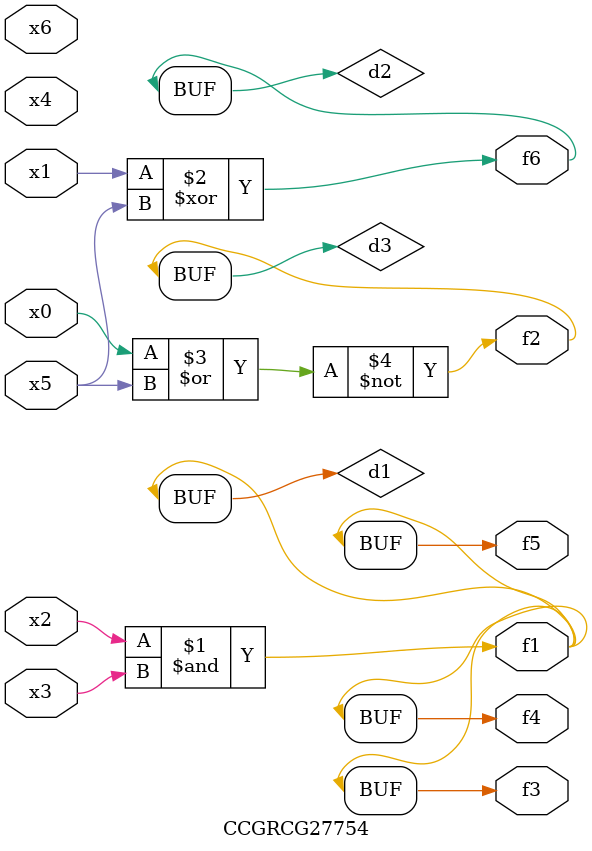
<source format=v>
module CCGRCG27754(
	input x0, x1, x2, x3, x4, x5, x6,
	output f1, f2, f3, f4, f5, f6
);

	wire d1, d2, d3;

	and (d1, x2, x3);
	xor (d2, x1, x5);
	nor (d3, x0, x5);
	assign f1 = d1;
	assign f2 = d3;
	assign f3 = d1;
	assign f4 = d1;
	assign f5 = d1;
	assign f6 = d2;
endmodule

</source>
